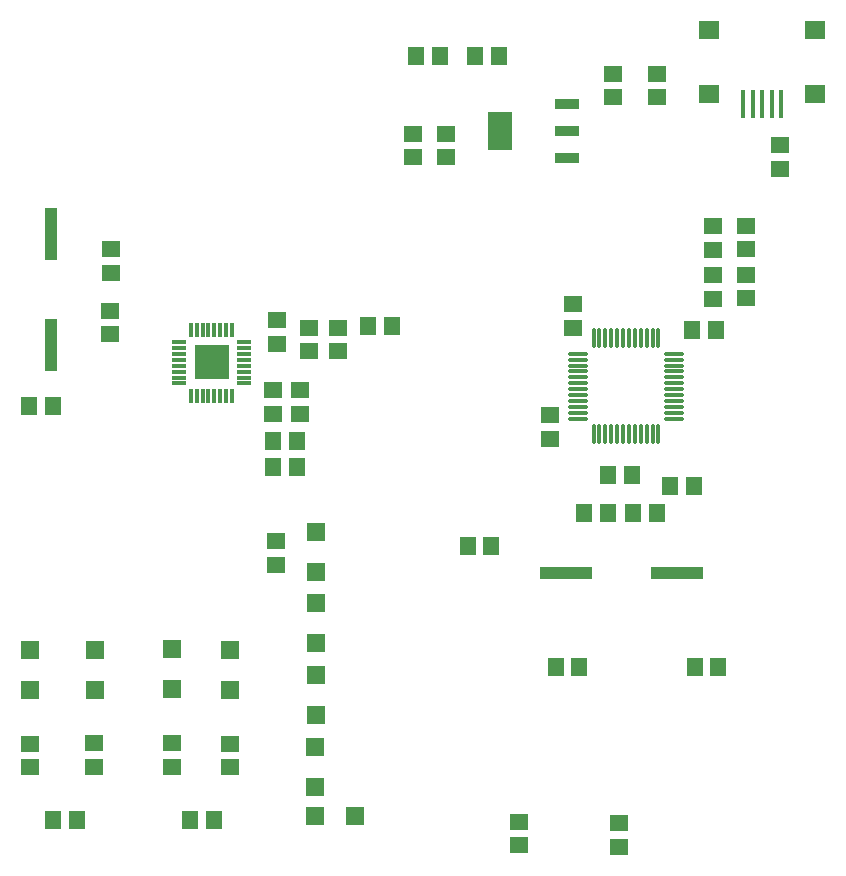
<source format=gtp>
%FSLAX25Y25*%
%MOIN*%
G70*
G01*
G75*
G04 Layer_Color=8421504*
%ADD10C,0.01000*%
%ADD11C,0.02500*%
%ADD12C,0.03000*%
%ADD13R,0.07087X0.06299*%
%ADD14R,0.01575X0.09449*%
%ADD15R,0.05512X0.05906*%
%ADD16R,0.01181X0.04724*%
%ADD17R,0.04724X0.01181*%
%ADD18R,0.11811X0.11811*%
%ADD19R,0.05906X0.05512*%
%ADD20R,0.06299X0.05984*%
%ADD21R,0.05984X0.06299*%
%ADD22R,0.08268X0.12598*%
%ADD23R,0.08268X0.03543*%
%ADD24R,0.03937X0.17716*%
%ADD25O,0.07087X0.01181*%
%ADD26O,0.01181X0.07087*%
%ADD27R,0.17716X0.03937*%
%ADD28R,0.05906X0.05906*%
%ADD29C,0.05906*%
%ADD30C,0.06693*%
%ADD31R,0.05906X0.05906*%
%ADD32C,0.19685*%
%ADD33O,0.06299X0.09843*%
%ADD34R,0.06299X0.09843*%
%ADD35C,0.04724*%
%ADD36C,0.03543*%
%ADD37C,0.03500*%
%ADD38O,0.01378X0.08268*%
%ADD39C,0.00984*%
%ADD40C,0.02362*%
%ADD41C,0.00394*%
%ADD42C,0.00787*%
%ADD43C,0.00800*%
D13*
X252639Y287337D02*
D03*
X288072D02*
D03*
Y308597D02*
D03*
X252639D02*
D03*
D14*
X264057Y284187D02*
D03*
X267206D02*
D03*
X270356D02*
D03*
X273506D02*
D03*
X276655D02*
D03*
D15*
X227005Y160444D02*
D03*
X219131D02*
D03*
X239763Y156700D02*
D03*
X247637D02*
D03*
X254837Y208700D02*
D03*
X246963D02*
D03*
X33837Y183300D02*
D03*
X25963D02*
D03*
X107363Y163000D02*
D03*
X115237D02*
D03*
X107363Y171800D02*
D03*
X115237D02*
D03*
X209437Y96300D02*
D03*
X201563D02*
D03*
X255737Y96500D02*
D03*
X247863D02*
D03*
X174803Y300000D02*
D03*
X182677D02*
D03*
X87537Y45400D02*
D03*
X79663D02*
D03*
X41837D02*
D03*
X33963D02*
D03*
X180137Y136800D02*
D03*
X172263D02*
D03*
X155118Y300000D02*
D03*
X162992D02*
D03*
X138963Y210000D02*
D03*
X146837D02*
D03*
X227363Y147800D02*
D03*
X235237D02*
D03*
X219037Y147700D02*
D03*
X211163D02*
D03*
D16*
X79908Y208757D02*
D03*
X81876D02*
D03*
X83845D02*
D03*
X85813D02*
D03*
X87782D02*
D03*
X89750D02*
D03*
X91719D02*
D03*
X93687D02*
D03*
Y186906D02*
D03*
X91719D02*
D03*
X89750D02*
D03*
X87782D02*
D03*
X85813D02*
D03*
X83845D02*
D03*
X81876D02*
D03*
X79908D02*
D03*
D17*
X97723Y204721D02*
D03*
Y202753D02*
D03*
Y200784D02*
D03*
Y198816D02*
D03*
Y196847D02*
D03*
Y194879D02*
D03*
Y192910D02*
D03*
Y190942D02*
D03*
X75872D02*
D03*
Y192910D02*
D03*
Y194879D02*
D03*
Y196847D02*
D03*
Y198816D02*
D03*
Y200784D02*
D03*
Y202753D02*
D03*
Y204721D02*
D03*
D18*
X86896Y197930D02*
D03*
D19*
X264900Y227137D02*
D03*
Y219263D02*
D03*
X254000Y227037D02*
D03*
Y219163D02*
D03*
X276500Y262563D02*
D03*
Y270437D02*
D03*
X165128Y274226D02*
D03*
Y266352D02*
D03*
X108600Y212037D02*
D03*
Y204163D02*
D03*
X116400Y188737D02*
D03*
Y180863D02*
D03*
X107400Y188737D02*
D03*
Y180863D02*
D03*
X119200Y209537D02*
D03*
Y201663D02*
D03*
X128900Y209537D02*
D03*
Y201663D02*
D03*
X52900Y215237D02*
D03*
Y207363D02*
D03*
X53400Y227863D02*
D03*
Y235737D02*
D03*
X154104Y274226D02*
D03*
Y266352D02*
D03*
X222800Y44337D02*
D03*
Y36463D02*
D03*
X189300Y44837D02*
D03*
Y36963D02*
D03*
X73700Y63163D02*
D03*
Y71037D02*
D03*
X92900Y62963D02*
D03*
Y70837D02*
D03*
X26400Y62963D02*
D03*
Y70837D02*
D03*
X47800Y63063D02*
D03*
Y70937D02*
D03*
X254100Y235563D02*
D03*
Y243437D02*
D03*
X265000Y235663D02*
D03*
Y243537D02*
D03*
X108400Y130463D02*
D03*
Y138337D02*
D03*
X220700Y286263D02*
D03*
Y294137D02*
D03*
X235200Y286263D02*
D03*
Y294137D02*
D03*
X207200Y217437D02*
D03*
Y209563D02*
D03*
X199700Y180437D02*
D03*
Y172563D02*
D03*
D20*
X73700Y89014D02*
D03*
Y102400D02*
D03*
X93100Y102086D02*
D03*
Y88700D02*
D03*
X26200Y88714D02*
D03*
Y102100D02*
D03*
X48000Y102186D02*
D03*
Y88800D02*
D03*
X121700Y117786D02*
D03*
Y104400D02*
D03*
Y93786D02*
D03*
Y80400D02*
D03*
X121500Y69886D02*
D03*
Y56500D02*
D03*
X121700Y128014D02*
D03*
Y141400D02*
D03*
D21*
X121214Y46900D02*
D03*
X134600D02*
D03*
D22*
X182874Y275197D02*
D03*
D23*
X205315Y284252D02*
D03*
Y275197D02*
D03*
Y266142D02*
D03*
D24*
X33400Y203835D02*
D03*
Y240765D02*
D03*
D25*
X209055Y179173D02*
D03*
Y181142D02*
D03*
Y183110D02*
D03*
Y185079D02*
D03*
Y187047D02*
D03*
Y189016D02*
D03*
Y190984D02*
D03*
Y192953D02*
D03*
Y194921D02*
D03*
Y196890D02*
D03*
Y198858D02*
D03*
Y200827D02*
D03*
X240945D02*
D03*
Y198858D02*
D03*
Y196890D02*
D03*
Y194921D02*
D03*
Y192953D02*
D03*
Y190984D02*
D03*
Y189016D02*
D03*
Y187047D02*
D03*
Y185079D02*
D03*
Y183110D02*
D03*
Y181142D02*
D03*
Y179173D02*
D03*
D26*
X214173Y205945D02*
D03*
X216142D02*
D03*
X218110D02*
D03*
X220079D02*
D03*
X222047D02*
D03*
X224016D02*
D03*
X225984D02*
D03*
X227953D02*
D03*
X229921D02*
D03*
X231890D02*
D03*
X233858D02*
D03*
X235827D02*
D03*
Y174055D02*
D03*
X233858D02*
D03*
X231890D02*
D03*
X229921D02*
D03*
X227953D02*
D03*
X225984D02*
D03*
X224016D02*
D03*
X222047D02*
D03*
X220079D02*
D03*
X218110D02*
D03*
X216142D02*
D03*
X214173D02*
D03*
D27*
X241965Y127900D02*
D03*
X205035D02*
D03*
M02*

</source>
